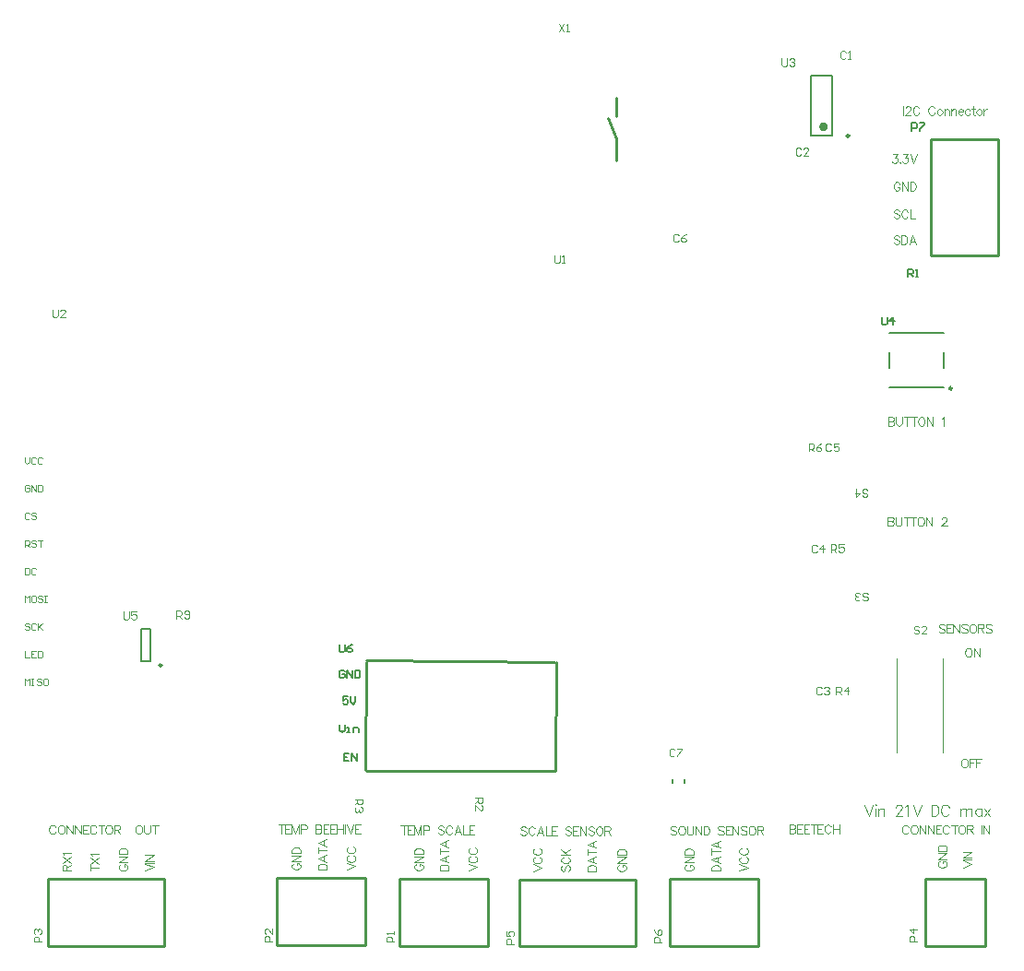
<source format=gto>
G04*
G04 #@! TF.GenerationSoftware,Altium Limited,Altium Designer,21.0.9 (235)*
G04*
G04 Layer_Color=65535*
%FSLAX44Y44*%
%MOMM*%
G71*
G04*
G04 #@! TF.SameCoordinates,9AB719E8-7283-4354-A60F-73F0A454480C*
G04*
G04*
G04 #@! TF.FilePolarity,Positive*
G04*
G01*
G75*
%ADD10C,0.2500*%
%ADD11C,0.4000*%
%ADD12C,0.2540*%
%ADD13C,0.2000*%
%ADD14C,0.1270*%
%ADD15C,0.1000*%
%ADD16C,0.1500*%
D10*
X854194Y512988D02*
G03*
X854194Y512988I-1250J0D01*
G01*
X759900Y744830D02*
G03*
X759900Y744830I-1250J0D01*
G01*
X128868Y258864D02*
G03*
X128868Y258864I-1250J0D01*
G01*
D11*
X738150Y753130D02*
G03*
X738150Y753130I-2000J0D01*
G01*
D12*
X545728Y722642D02*
Y742392D01*
X538228Y761142D02*
X545728Y742392D01*
Y763142D02*
Y779642D01*
X316674Y262936D02*
X489074Y261936D01*
X316674Y161936D02*
X490074D01*
Y162536D02*
X490650Y261921D01*
X316074Y162536D02*
X316651Y261921D01*
X834898Y635108D02*
X896620D01*
X834898Y741788D02*
X896620D01*
Y635108D02*
Y741788D01*
X834898Y635108D02*
Y741788D01*
X829264Y62984D02*
X884890D01*
X829264Y1262D02*
X884890D01*
Y62984D01*
X829264Y1262D02*
Y62984D01*
X24712Y1012D02*
Y62734D01*
X131392Y1012D02*
Y62734D01*
X24712Y1012D02*
X131392D01*
X24712Y62734D02*
X131392D01*
X234737Y1512D02*
Y63234D01*
X316017Y1512D02*
Y63234D01*
X234737Y1512D02*
X316017D01*
X234737Y63234D02*
X316017D01*
X347210Y1262D02*
Y62984D01*
X428490Y1262D02*
Y62984D01*
X347210Y1262D02*
X428490D01*
X347210Y62984D02*
X428490D01*
X457310Y62234D02*
X563990D01*
X457310Y512D02*
X563990D01*
Y62234D01*
X457310Y512D02*
Y62234D01*
X594860Y62484D02*
X676140D01*
X594860Y762D02*
X676140D01*
Y62484D01*
X594860Y762D02*
Y62484D01*
D13*
X608496Y150900D02*
Y153900D01*
X597496Y150900D02*
Y153900D01*
X744150Y745130D02*
Y800130D01*
X724650Y745130D02*
Y800130D01*
Y745130D02*
X744150D01*
X724650Y800130D02*
X744150D01*
X109618Y262114D02*
Y292114D01*
X118618Y262114D02*
Y292114D01*
X109618D02*
X118618D01*
X109618Y262114D02*
X118618D01*
D14*
X846944Y531988D02*
Y545988D01*
X796944Y531988D02*
Y545988D01*
Y513988D02*
X846944D01*
X796944Y563988D02*
X846944D01*
D15*
X845976Y178314D02*
Y265314D01*
X802976Y178314D02*
Y265314D01*
X773922Y130632D02*
X777731Y120634D01*
X781539Y130632D02*
X777731Y120634D01*
X783777Y130632D02*
X784253Y130156D01*
X784729Y130632D01*
X784253Y131108D01*
X783777Y130632D01*
X784253Y127299D02*
Y120634D01*
X786491Y127299D02*
Y120634D01*
Y125395D02*
X787919Y126823D01*
X788871Y127299D01*
X790299D01*
X791252Y126823D01*
X791728Y125395D01*
Y120634D01*
X802678Y128251D02*
Y128728D01*
X803154Y129680D01*
X803630Y130156D01*
X804582Y130632D01*
X806486D01*
X807439Y130156D01*
X807915Y129680D01*
X808391Y128728D01*
Y127775D01*
X807915Y126823D01*
X806963Y125395D01*
X802202Y120634D01*
X808867D01*
X811105Y128728D02*
X812057Y129204D01*
X813485Y130632D01*
Y120634D01*
X818436Y130632D02*
X822245Y120634D01*
X826054Y130632D02*
X822245Y120634D01*
X835195Y130632D02*
Y120634D01*
Y130632D02*
X838527D01*
X839956Y130156D01*
X840908Y129204D01*
X841384Y128251D01*
X841860Y126823D01*
Y124443D01*
X841384Y123014D01*
X840908Y122062D01*
X839956Y121110D01*
X838527Y120634D01*
X835195D01*
X851239Y128251D02*
X850763Y129204D01*
X849810Y130156D01*
X848858Y130632D01*
X846954D01*
X846002Y130156D01*
X845050Y129204D01*
X844574Y128251D01*
X844097Y126823D01*
Y124443D01*
X844574Y123014D01*
X845050Y122062D01*
X846002Y121110D01*
X846954Y120634D01*
X848858D01*
X849810Y121110D01*
X850763Y122062D01*
X851239Y123014D01*
X861903Y127299D02*
Y120634D01*
Y125395D02*
X863331Y126823D01*
X864284Y127299D01*
X865712D01*
X866664Y126823D01*
X867140Y125395D01*
Y120634D01*
Y125395D02*
X868568Y126823D01*
X869520Y127299D01*
X870949D01*
X871901Y126823D01*
X872377Y125395D01*
Y120634D01*
X881232Y127299D02*
Y120634D01*
Y125871D02*
X880280Y126823D01*
X879328Y127299D01*
X877900D01*
X876947Y126823D01*
X875995Y125871D01*
X875519Y124443D01*
Y123490D01*
X875995Y122062D01*
X876947Y121110D01*
X877900Y120634D01*
X879328D01*
X880280Y121110D01*
X881232Y122062D01*
X883898Y127299D02*
X889135Y120634D01*
Y127299D02*
X883898Y120634D01*
X799738Y727976D02*
X803928D01*
X801643Y724929D01*
X802785D01*
X803547Y724548D01*
X803928Y724167D01*
X804309Y723024D01*
Y722263D01*
X803928Y721120D01*
X803166Y720358D01*
X802023Y719977D01*
X800881D01*
X799738Y720358D01*
X799357Y720739D01*
X798976Y721501D01*
X806479Y720739D02*
X806099Y720358D01*
X806479Y719977D01*
X806860Y720358D01*
X806479Y720739D01*
X809374Y727976D02*
X813564D01*
X811279Y724929D01*
X812421D01*
X813183Y724548D01*
X813564Y724167D01*
X813945Y723024D01*
Y722263D01*
X813564Y721120D01*
X812802Y720358D01*
X811659Y719977D01*
X810517D01*
X809374Y720358D01*
X808993Y720739D01*
X808612Y721501D01*
X815735Y727976D02*
X818782Y719977D01*
X821829Y727976D02*
X818782Y719977D01*
X806305Y700622D02*
X805924Y701384D01*
X805162Y702145D01*
X804401Y702526D01*
X802877D01*
X802115Y702145D01*
X801354Y701384D01*
X800973Y700622D01*
X800592Y699479D01*
Y697575D01*
X800973Y696432D01*
X801354Y695671D01*
X802115Y694909D01*
X802877Y694528D01*
X804401D01*
X805162Y694909D01*
X805924Y695671D01*
X806305Y696432D01*
Y697575D01*
X804401D02*
X806305D01*
X808133Y702526D02*
Y694528D01*
Y702526D02*
X813465Y694528D01*
Y702526D02*
Y694528D01*
X815675Y702526D02*
Y694528D01*
Y702526D02*
X818341D01*
X819483Y702145D01*
X820245Y701384D01*
X820626Y700622D01*
X821007Y699479D01*
Y697575D01*
X820626Y696432D01*
X820245Y695671D01*
X819483Y694909D01*
X818341Y694528D01*
X815675D01*
X805924Y675984D02*
X805162Y676745D01*
X804020Y677126D01*
X802496D01*
X801354Y676745D01*
X800592Y675984D01*
Y675222D01*
X800973Y674460D01*
X801354Y674079D01*
X802115Y673698D01*
X804401Y672937D01*
X805162Y672556D01*
X805543Y672175D01*
X805924Y671413D01*
Y670271D01*
X805162Y669509D01*
X804020Y669128D01*
X802496D01*
X801354Y669509D01*
X800592Y670271D01*
X813427Y675222D02*
X813046Y675984D01*
X812285Y676745D01*
X811523Y677126D01*
X809999D01*
X809238Y676745D01*
X808476Y675984D01*
X808095Y675222D01*
X807714Y674079D01*
Y672175D01*
X808095Y671032D01*
X808476Y670271D01*
X809238Y669509D01*
X809999Y669128D01*
X811523D01*
X812285Y669509D01*
X813046Y670271D01*
X813427Y671032D01*
X815675Y677126D02*
Y669128D01*
X820245D01*
X805924Y652254D02*
X805162Y653015D01*
X804020Y653396D01*
X802496D01*
X801354Y653015D01*
X800592Y652254D01*
Y651492D01*
X800973Y650730D01*
X801354Y650349D01*
X802115Y649968D01*
X804401Y649207D01*
X805162Y648826D01*
X805543Y648445D01*
X805924Y647683D01*
Y646541D01*
X805162Y645779D01*
X804020Y645398D01*
X802496D01*
X801354Y645779D01*
X800592Y646541D01*
X807714Y653396D02*
Y645398D01*
Y653396D02*
X810380D01*
X811523Y653015D01*
X812285Y652254D01*
X812666Y651492D01*
X813046Y650349D01*
Y648445D01*
X812666Y647302D01*
X812285Y646541D01*
X811523Y645779D01*
X810380Y645398D01*
X807714D01*
X820930D02*
X817884Y653396D01*
X814837Y645398D01*
X815979Y648064D02*
X819788D01*
X809482Y772014D02*
Y764016D01*
X811539Y770110D02*
Y770491D01*
X811920Y771253D01*
X812300Y771633D01*
X813062Y772014D01*
X814586D01*
X815347Y771633D01*
X815728Y771253D01*
X816109Y770491D01*
Y769729D01*
X815728Y768967D01*
X814967Y767825D01*
X811158Y764016D01*
X816490D01*
X823993Y770110D02*
X823612Y770872D01*
X822851Y771633D01*
X822089Y772014D01*
X820565D01*
X819804Y771633D01*
X819042Y770872D01*
X818661Y770110D01*
X818280Y768967D01*
Y767063D01*
X818661Y765920D01*
X819042Y765159D01*
X819804Y764397D01*
X820565Y764016D01*
X822089D01*
X822851Y764397D01*
X823612Y765159D01*
X823993Y765920D01*
X838238Y770110D02*
X837857Y770872D01*
X837095Y771633D01*
X836333Y772014D01*
X834810D01*
X834048Y771633D01*
X833286Y770872D01*
X832906Y770110D01*
X832525Y768967D01*
Y767063D01*
X832906Y765920D01*
X833286Y765159D01*
X834048Y764397D01*
X834810Y764016D01*
X836333D01*
X837095Y764397D01*
X837857Y765159D01*
X838238Y765920D01*
X842389Y769348D02*
X841628Y768967D01*
X840866Y768206D01*
X840485Y767063D01*
Y766301D01*
X840866Y765159D01*
X841628Y764397D01*
X842389Y764016D01*
X843532D01*
X844294Y764397D01*
X845055Y765159D01*
X845436Y766301D01*
Y767063D01*
X845055Y768206D01*
X844294Y768967D01*
X843532Y769348D01*
X842389D01*
X847188D02*
Y764016D01*
Y767825D02*
X848331Y768967D01*
X849093Y769348D01*
X850235D01*
X850997Y768967D01*
X851378Y767825D01*
Y764016D01*
X853473Y769348D02*
Y764016D01*
Y767825D02*
X854615Y768967D01*
X855377Y769348D01*
X856520D01*
X857281Y768967D01*
X857662Y767825D01*
Y764016D01*
X859757Y767063D02*
X864327D01*
Y767825D01*
X863947Y768586D01*
X863566Y768967D01*
X862804Y769348D01*
X861661D01*
X860900Y768967D01*
X860138Y768206D01*
X859757Y767063D01*
Y766301D01*
X860138Y765159D01*
X860900Y764397D01*
X861661Y764016D01*
X862804D01*
X863566Y764397D01*
X864327Y765159D01*
X870612Y768206D02*
X869850Y768967D01*
X869088Y769348D01*
X867946D01*
X867184Y768967D01*
X866422Y768206D01*
X866041Y767063D01*
Y766301D01*
X866422Y765159D01*
X867184Y764397D01*
X867946Y764016D01*
X869088D01*
X869850Y764397D01*
X870612Y765159D01*
X873468Y772014D02*
Y765539D01*
X873849Y764397D01*
X874611Y764016D01*
X875373D01*
X872326Y769348D02*
X874992D01*
X878420D02*
X877658Y768967D01*
X876896Y768206D01*
X876515Y767063D01*
Y766301D01*
X876896Y765159D01*
X877658Y764397D01*
X878420Y764016D01*
X879562D01*
X880324Y764397D01*
X881086Y765159D01*
X881467Y766301D01*
Y767063D01*
X881086Y768206D01*
X880324Y768967D01*
X879562Y769348D01*
X878420D01*
X883219D02*
Y764016D01*
Y767063D02*
X883599Y768206D01*
X884361Y768967D01*
X885123Y769348D01*
X886266D01*
X3302Y240538D02*
Y246536D01*
X5301Y244537D01*
X7301Y246536D01*
Y240538D01*
X9300Y246536D02*
X11299D01*
X10300D01*
Y240538D01*
X9300D01*
X11299D01*
X18297Y245536D02*
X17298Y246536D01*
X15298D01*
X14298Y245536D01*
Y244537D01*
X15298Y243537D01*
X17298D01*
X18297Y242537D01*
Y241538D01*
X17298Y240538D01*
X15298D01*
X14298Y241538D01*
X23296Y246536D02*
X21296D01*
X20296Y245536D01*
Y241538D01*
X21296Y240538D01*
X23296D01*
X24295Y241538D01*
Y245536D01*
X23296Y246536D01*
X3302Y316738D02*
Y322736D01*
X5301Y320737D01*
X7301Y322736D01*
Y316738D01*
X12299Y322736D02*
X10300D01*
X9300Y321736D01*
Y317738D01*
X10300Y316738D01*
X12299D01*
X13299Y317738D01*
Y321736D01*
X12299Y322736D01*
X19297Y321736D02*
X18297Y322736D01*
X16298D01*
X15298Y321736D01*
Y320737D01*
X16298Y319737D01*
X18297D01*
X19297Y318737D01*
Y317738D01*
X18297Y316738D01*
X16298D01*
X15298Y317738D01*
X21296Y322736D02*
X23296D01*
X22296D01*
Y316738D01*
X21296D01*
X23296D01*
X7301Y296336D02*
X6301Y297336D01*
X4302D01*
X3302Y296336D01*
Y295337D01*
X4302Y294337D01*
X6301D01*
X7301Y293337D01*
Y292338D01*
X6301Y291338D01*
X4302D01*
X3302Y292338D01*
X13299Y296336D02*
X12299Y297336D01*
X10300D01*
X9300Y296336D01*
Y292338D01*
X10300Y291338D01*
X12299D01*
X13299Y292338D01*
X15298Y297336D02*
Y291338D01*
Y293337D01*
X19297Y297336D01*
X16298Y294337D01*
X19297Y291338D01*
X3302Y271936D02*
Y265938D01*
X7301D01*
X13299Y271936D02*
X9300D01*
Y265938D01*
X13299D01*
X9300Y268937D02*
X11299D01*
X15298Y271936D02*
Y265938D01*
X18297D01*
X19297Y266938D01*
Y270936D01*
X18297Y271936D01*
X15298D01*
X7301Y397936D02*
X6301Y398936D01*
X4302D01*
X3302Y397936D01*
Y393938D01*
X4302Y392938D01*
X6301D01*
X7301Y393938D01*
X13299Y397936D02*
X12299Y398936D01*
X10300D01*
X9300Y397936D01*
Y396937D01*
X10300Y395937D01*
X12299D01*
X13299Y394937D01*
Y393938D01*
X12299Y392938D01*
X10300D01*
X9300Y393938D01*
X7301Y423336D02*
X6301Y424336D01*
X4302D01*
X3302Y423336D01*
Y419338D01*
X4302Y418338D01*
X6301D01*
X7301Y419338D01*
Y421337D01*
X5301D01*
X9300Y418338D02*
Y424336D01*
X13299Y418338D01*
Y424336D01*
X15298D02*
Y418338D01*
X18297D01*
X19297Y419338D01*
Y423336D01*
X18297Y424336D01*
X15298D01*
X3302Y449736D02*
Y445737D01*
X5301Y443738D01*
X7301Y445737D01*
Y449736D01*
X13299Y448736D02*
X12299Y449736D01*
X10300D01*
X9300Y448736D01*
Y444738D01*
X10300Y443738D01*
X12299D01*
X13299Y444738D01*
X19297Y448736D02*
X18297Y449736D01*
X16298D01*
X15298Y448736D01*
Y444738D01*
X16298Y443738D01*
X18297D01*
X19297Y444738D01*
X3302Y367538D02*
Y373536D01*
X6301D01*
X7301Y372536D01*
Y370537D01*
X6301Y369537D01*
X3302D01*
X5301D02*
X7301Y367538D01*
X13299Y372536D02*
X12299Y373536D01*
X10300D01*
X9300Y372536D01*
Y371537D01*
X10300Y370537D01*
X12299D01*
X13299Y369537D01*
Y368538D01*
X12299Y367538D01*
X10300D01*
X9300Y368538D01*
X15298Y373536D02*
X19297D01*
X17298D01*
Y367538D01*
X3302Y348136D02*
Y342138D01*
X6301D01*
X7301Y343138D01*
Y347136D01*
X6301Y348136D01*
X3302D01*
X13299Y347136D02*
X12299Y348136D01*
X10300D01*
X9300Y347136D01*
Y343138D01*
X10300Y342138D01*
X12299D01*
X13299Y343138D01*
X864919Y172828D02*
X864157Y172447D01*
X863396Y171686D01*
X863015Y170924D01*
X862634Y169781D01*
Y167877D01*
X863015Y166734D01*
X863396Y165973D01*
X864157Y165211D01*
X864919Y164830D01*
X866443D01*
X867204Y165211D01*
X867966Y165973D01*
X868347Y166734D01*
X868728Y167877D01*
Y169781D01*
X868347Y170924D01*
X867966Y171686D01*
X867204Y172447D01*
X866443Y172828D01*
X864919D01*
X870594D02*
Y164830D01*
Y172828D02*
X875546D01*
X870594Y169020D02*
X873641D01*
X876460Y172828D02*
Y164830D01*
Y172828D02*
X881411D01*
X876460Y169020D02*
X879507D01*
X868419Y274312D02*
X867657Y273931D01*
X866896Y273170D01*
X866515Y272408D01*
X866134Y271265D01*
Y269361D01*
X866515Y268218D01*
X866896Y267457D01*
X867657Y266695D01*
X868419Y266314D01*
X869943D01*
X870704Y266695D01*
X871466Y267457D01*
X871847Y268218D01*
X872228Y269361D01*
Y271265D01*
X871847Y272408D01*
X871466Y273170D01*
X870704Y273931D01*
X869943Y274312D01*
X868419D01*
X874094D02*
Y266314D01*
Y274312D02*
X879426Y266314D01*
Y274312D02*
Y266314D01*
X847326Y295491D02*
X846564Y296253D01*
X845422Y296633D01*
X843898D01*
X842756Y296253D01*
X841994Y295491D01*
Y294729D01*
X842375Y293967D01*
X842756Y293587D01*
X843518Y293206D01*
X845803Y292444D01*
X846564Y292063D01*
X846945Y291682D01*
X847326Y290920D01*
Y289778D01*
X846564Y289016D01*
X845422Y288635D01*
X843898D01*
X842756Y289016D01*
X841994Y289778D01*
X854068Y296633D02*
X849116D01*
Y288635D01*
X854068D01*
X849116Y292825D02*
X852163D01*
X855401Y296633D02*
Y288635D01*
Y296633D02*
X860733Y288635D01*
Y296633D02*
Y288635D01*
X868274Y295491D02*
X867512Y296253D01*
X866370Y296633D01*
X864846D01*
X863704Y296253D01*
X862942Y295491D01*
Y294729D01*
X863323Y293967D01*
X863704Y293587D01*
X864465Y293206D01*
X866751Y292444D01*
X867512Y292063D01*
X867893Y291682D01*
X868274Y290920D01*
Y289778D01*
X867512Y289016D01*
X866370Y288635D01*
X864846D01*
X863704Y289016D01*
X862942Y289778D01*
X872349Y296633D02*
X871588Y296253D01*
X870826Y295491D01*
X870445Y294729D01*
X870064Y293587D01*
Y291682D01*
X870445Y290539D01*
X870826Y289778D01*
X871588Y289016D01*
X872349Y288635D01*
X873873D01*
X874635Y289016D01*
X875396Y289778D01*
X875777Y290539D01*
X876158Y291682D01*
Y293587D01*
X875777Y294729D01*
X875396Y295491D01*
X874635Y296253D01*
X873873Y296633D01*
X872349D01*
X878024D02*
Y288635D01*
Y296633D02*
X881452D01*
X882595Y296253D01*
X882976Y295872D01*
X883357Y295110D01*
Y294348D01*
X882976Y293587D01*
X882595Y293206D01*
X881452Y292825D01*
X878024D01*
X880691D02*
X883357Y288635D01*
X890479Y295491D02*
X889717Y296253D01*
X888575Y296633D01*
X887051D01*
X885908Y296253D01*
X885147Y295491D01*
Y294729D01*
X885528Y293967D01*
X885908Y293587D01*
X886670Y293206D01*
X888955Y292444D01*
X889717Y292063D01*
X890098Y291682D01*
X890479Y290920D01*
Y289778D01*
X889717Y289016D01*
X888575Y288635D01*
X887051D01*
X885908Y289016D01*
X885147Y289778D01*
X795726Y486632D02*
Y478634D01*
Y486632D02*
X799154D01*
X800296Y486251D01*
X800677Y485871D01*
X801058Y485109D01*
Y484347D01*
X800677Y483585D01*
X800296Y483204D01*
X799154Y482824D01*
X795726D02*
X799154D01*
X800296Y482443D01*
X800677Y482062D01*
X801058Y481300D01*
Y480158D01*
X800677Y479396D01*
X800296Y479015D01*
X799154Y478634D01*
X795726D01*
X802848Y486632D02*
Y480919D01*
X803229Y479777D01*
X803991Y479015D01*
X805134Y478634D01*
X805895D01*
X807038Y479015D01*
X807800Y479777D01*
X808180Y480919D01*
Y486632D01*
X813056D02*
Y478634D01*
X810389Y486632D02*
X815722D01*
X819340D02*
Y478634D01*
X816674Y486632D02*
X822006D01*
X825244D02*
X824482Y486251D01*
X823720Y485490D01*
X823339Y484728D01*
X822958Y483585D01*
Y481681D01*
X823339Y480538D01*
X823720Y479777D01*
X824482Y479015D01*
X825244Y478634D01*
X826767D01*
X827529Y479015D01*
X828290Y479777D01*
X828671Y480538D01*
X829052Y481681D01*
Y483585D01*
X828671Y484728D01*
X828290Y485490D01*
X827529Y486251D01*
X826767Y486632D01*
X825244D01*
X830919D02*
Y478634D01*
Y486632D02*
X836251Y478634D01*
Y486632D02*
Y478634D01*
X844744Y485109D02*
X845506Y485490D01*
X846648Y486632D01*
Y478634D01*
X795226Y394882D02*
Y386884D01*
Y394882D02*
X798654D01*
X799796Y394501D01*
X800177Y394120D01*
X800558Y393359D01*
Y392597D01*
X800177Y391835D01*
X799796Y391454D01*
X798654Y391074D01*
X795226D02*
X798654D01*
X799796Y390693D01*
X800177Y390312D01*
X800558Y389550D01*
Y388408D01*
X800177Y387646D01*
X799796Y387265D01*
X798654Y386884D01*
X795226D01*
X802348Y394882D02*
Y389169D01*
X802729Y388027D01*
X803491Y387265D01*
X804633Y386884D01*
X805395D01*
X806538Y387265D01*
X807300Y388027D01*
X807681Y389169D01*
Y394882D01*
X812556D02*
Y386884D01*
X809890Y394882D02*
X815222D01*
X818840D02*
Y386884D01*
X816174Y394882D02*
X821506D01*
X824743D02*
X823982Y394501D01*
X823220Y393740D01*
X822839Y392978D01*
X822458Y391835D01*
Y389931D01*
X822839Y388788D01*
X823220Y388027D01*
X823982Y387265D01*
X824743Y386884D01*
X826267D01*
X827029Y387265D01*
X827791Y388027D01*
X828171Y388788D01*
X828552Y389931D01*
Y391835D01*
X828171Y392978D01*
X827791Y393740D01*
X827029Y394501D01*
X826267Y394882D01*
X824743D01*
X830418D02*
Y386884D01*
Y394882D02*
X835751Y386884D01*
Y394882D02*
Y386884D01*
X844625Y392978D02*
Y393359D01*
X845006Y394120D01*
X845387Y394501D01*
X846149Y394882D01*
X847672D01*
X848434Y394501D01*
X848815Y394120D01*
X849195Y393359D01*
Y392597D01*
X848815Y391835D01*
X848053Y390693D01*
X844244Y386884D01*
X849576D01*
X704969Y112498D02*
Y104500D01*
Y112498D02*
X708397D01*
X709540Y112117D01*
X709921Y111737D01*
X710301Y110975D01*
Y110213D01*
X709921Y109451D01*
X709540Y109070D01*
X708397Y108690D01*
X704969D02*
X708397D01*
X709540Y108309D01*
X709921Y107928D01*
X710301Y107166D01*
Y106024D01*
X709921Y105262D01*
X709540Y104881D01*
X708397Y104500D01*
X704969D01*
X717043Y112498D02*
X712092D01*
Y104500D01*
X717043D01*
X712092Y108690D02*
X715138D01*
X723327Y112498D02*
X718376D01*
Y104500D01*
X723327D01*
X718376Y108690D02*
X721423D01*
X727326Y112498D02*
Y104500D01*
X724660Y112498D02*
X729992D01*
X735896D02*
X730945D01*
Y104500D01*
X735896D01*
X730945Y108690D02*
X733992D01*
X742942Y110594D02*
X742561Y111356D01*
X741799Y112117D01*
X741038Y112498D01*
X739514D01*
X738753Y112117D01*
X737991Y111356D01*
X737610Y110594D01*
X737229Y109451D01*
Y107547D01*
X737610Y106404D01*
X737991Y105643D01*
X738753Y104881D01*
X739514Y104500D01*
X741038D01*
X741799Y104881D01*
X742561Y105643D01*
X742942Y106404D01*
X745189Y112498D02*
Y104500D01*
X750521Y112498D02*
Y104500D01*
X745189Y108690D02*
X750521D01*
X864254Y73136D02*
X872252Y76183D01*
X864254Y79230D02*
X872252Y76183D01*
X864254Y80258D02*
X872252D01*
X864254Y81934D02*
X872252D01*
X864254D02*
X872252Y87266D01*
X864254D02*
X872252D01*
X843044Y78849D02*
X842282Y78468D01*
X841521Y77706D01*
X841140Y76945D01*
Y75421D01*
X841521Y74660D01*
X842282Y73898D01*
X843044Y73517D01*
X844187Y73136D01*
X846091D01*
X847234Y73517D01*
X847995Y73898D01*
X848757Y74660D01*
X849138Y75421D01*
Y76945D01*
X848757Y77706D01*
X847995Y78468D01*
X847234Y78849D01*
X846091D01*
Y76945D02*
Y78849D01*
X841140Y80677D02*
X849138D01*
X841140D02*
X849138Y86010D01*
X841140D02*
X849138D01*
X841140Y88218D02*
X849138D01*
X841140D02*
Y90885D01*
X841521Y92027D01*
X842282Y92789D01*
X843044Y93170D01*
X844187Y93551D01*
X846091D01*
X847234Y93170D01*
X847995Y92789D01*
X848757Y92027D01*
X849138Y90885D01*
Y88218D01*
X519752Y69720D02*
X527750D01*
X519752D02*
Y72386D01*
X520132Y73529D01*
X520894Y74290D01*
X521656Y74671D01*
X522799Y75052D01*
X524703D01*
X525846Y74671D01*
X526607Y74290D01*
X527369Y73529D01*
X527750Y72386D01*
Y69720D01*
Y82936D02*
X519752Y79889D01*
X527750Y76842D01*
X525084Y77985D02*
Y81794D01*
X519752Y87469D02*
X527750D01*
X519752Y84803D02*
Y90135D01*
X527750Y97181D02*
X519752Y94134D01*
X527750Y91087D01*
X525084Y92229D02*
Y96038D01*
X496644Y75052D02*
X495882Y74290D01*
X495502Y73148D01*
Y71624D01*
X495882Y70482D01*
X496644Y69720D01*
X497406D01*
X498168Y70101D01*
X498549Y70482D01*
X498929Y71244D01*
X499691Y73529D01*
X500072Y74290D01*
X500453Y74671D01*
X501215Y75052D01*
X502357D01*
X503119Y74290D01*
X503500Y73148D01*
Y71624D01*
X503119Y70482D01*
X502357Y69720D01*
X497406Y82555D02*
X496644Y82175D01*
X495882Y81413D01*
X495502Y80651D01*
Y79128D01*
X495882Y78366D01*
X496644Y77604D01*
X497406Y77223D01*
X498549Y76842D01*
X500453D01*
X501596Y77223D01*
X502357Y77604D01*
X503119Y78366D01*
X503500Y79128D01*
Y80651D01*
X503119Y81413D01*
X502357Y82175D01*
X501596Y82555D01*
X495502Y84803D02*
X503500D01*
X495502Y90135D02*
X500834Y84803D01*
X498929Y86707D02*
X503500Y90135D01*
X633502Y69970D02*
X641500D01*
X633502D02*
Y72636D01*
X633883Y73779D01*
X634644Y74541D01*
X635406Y74921D01*
X636549Y75302D01*
X638453D01*
X639596Y74921D01*
X640357Y74541D01*
X641119Y73779D01*
X641500Y72636D01*
Y69970D01*
Y83186D02*
X633502Y80139D01*
X641500Y77092D01*
X638834Y78235D02*
Y82044D01*
X633502Y87719D02*
X641500D01*
X633502Y85052D02*
Y90385D01*
X641500Y97431D02*
X633502Y94384D01*
X641500Y91337D01*
X638834Y92479D02*
Y96288D01*
X384300Y70470D02*
X392298D01*
X384300D02*
Y73136D01*
X384680Y74279D01*
X385442Y75040D01*
X386204Y75421D01*
X387347Y75802D01*
X389251D01*
X390394Y75421D01*
X391155Y75040D01*
X391917Y74279D01*
X392298Y73136D01*
Y70470D01*
Y83686D02*
X384300Y80639D01*
X392298Y77592D01*
X389632Y78735D02*
Y82544D01*
X384300Y88219D02*
X392298D01*
X384300Y85553D02*
Y90885D01*
X392298Y97931D02*
X384300Y94884D01*
X392298Y91837D01*
X389632Y92979D02*
Y96788D01*
X362656Y76183D02*
X361894Y75802D01*
X361133Y75040D01*
X360752Y74279D01*
Y72755D01*
X361133Y71993D01*
X361894Y71232D01*
X362656Y70851D01*
X363799Y70470D01*
X365703D01*
X366846Y70851D01*
X367607Y71232D01*
X368369Y71993D01*
X368750Y72755D01*
Y74279D01*
X368369Y75040D01*
X367607Y75802D01*
X366846Y76183D01*
X365703D01*
Y74279D02*
Y76183D01*
X360752Y78011D02*
X368750D01*
X360752D02*
X368750Y83343D01*
X360752D02*
X368750D01*
X360752Y85553D02*
X368750D01*
X360752D02*
Y88219D01*
X361133Y89361D01*
X361894Y90123D01*
X362656Y90504D01*
X363799Y90885D01*
X365703D01*
X366846Y90504D01*
X367607Y90123D01*
X368369Y89361D01*
X368750Y88219D01*
Y85553D01*
X610656Y75683D02*
X609894Y75302D01*
X609132Y74540D01*
X608752Y73779D01*
Y72255D01*
X609132Y71494D01*
X609894Y70732D01*
X610656Y70351D01*
X611799Y69970D01*
X613703D01*
X614846Y70351D01*
X615607Y70732D01*
X616369Y71494D01*
X616750Y72255D01*
Y73779D01*
X616369Y74540D01*
X615607Y75302D01*
X614846Y75683D01*
X613703D01*
Y73779D02*
Y75683D01*
X608752Y77511D02*
X616750D01*
X608752D02*
X616750Y82843D01*
X608752D02*
X616750D01*
X608752Y85052D02*
X616750D01*
X608752D02*
Y87719D01*
X609132Y88861D01*
X609894Y89623D01*
X610656Y90004D01*
X611799Y90385D01*
X613703D01*
X614846Y90004D01*
X615607Y89623D01*
X616369Y88861D01*
X616750Y87719D01*
Y85052D01*
X548906Y75433D02*
X548144Y75052D01*
X547383Y74290D01*
X547002Y73529D01*
Y72005D01*
X547383Y71244D01*
X548144Y70482D01*
X548906Y70101D01*
X550049Y69720D01*
X551953D01*
X553096Y70101D01*
X553857Y70482D01*
X554619Y71244D01*
X555000Y72005D01*
Y73529D01*
X554619Y74290D01*
X553857Y75052D01*
X553096Y75433D01*
X551953D01*
Y73529D02*
Y75433D01*
X547002Y77261D02*
X555000D01*
X547002D02*
X555000Y82593D01*
X547002D02*
X555000D01*
X547002Y84803D02*
X555000D01*
X547002D02*
Y87469D01*
X547383Y88611D01*
X548144Y89373D01*
X548906Y89754D01*
X550049Y90135D01*
X551953D01*
X553096Y89754D01*
X553857Y89373D01*
X554619Y88611D01*
X555000Y87469D01*
Y84803D01*
X469752Y69720D02*
X477750Y72767D01*
X469752Y75814D02*
X477750Y72767D01*
X471656Y82555D02*
X470894Y82175D01*
X470133Y81413D01*
X469752Y80651D01*
Y79127D01*
X470133Y78366D01*
X470894Y77604D01*
X471656Y77223D01*
X472799Y76842D01*
X474703D01*
X475846Y77223D01*
X476607Y77604D01*
X477369Y78366D01*
X477750Y79127D01*
Y80651D01*
X477369Y81413D01*
X476607Y82175D01*
X475846Y82555D01*
X471656Y90515D02*
X470894Y90135D01*
X470133Y89373D01*
X469752Y88611D01*
Y87088D01*
X470133Y86326D01*
X470894Y85564D01*
X471656Y85183D01*
X472799Y84803D01*
X474703D01*
X475846Y85183D01*
X476607Y85564D01*
X477369Y86326D01*
X477750Y87088D01*
Y88611D01*
X477369Y89373D01*
X476607Y90135D01*
X475846Y90515D01*
X659002Y69970D02*
X667000Y73017D01*
X659002Y76064D02*
X667000Y73017D01*
X660906Y82805D02*
X660144Y82424D01*
X659382Y81663D01*
X659002Y80901D01*
Y79377D01*
X659382Y78616D01*
X660144Y77854D01*
X660906Y77473D01*
X662049Y77092D01*
X663953D01*
X665096Y77473D01*
X665857Y77854D01*
X666619Y78616D01*
X667000Y79377D01*
Y80901D01*
X666619Y81663D01*
X665857Y82424D01*
X665096Y82805D01*
X660906Y90766D02*
X660144Y90385D01*
X659382Y89623D01*
X659002Y88861D01*
Y87338D01*
X659382Y86576D01*
X660144Y85814D01*
X660906Y85433D01*
X662049Y85052D01*
X663953D01*
X665096Y85433D01*
X665857Y85814D01*
X666619Y86576D01*
X667000Y87338D01*
Y88861D01*
X666619Y89623D01*
X665857Y90385D01*
X665096Y90766D01*
X410252Y70470D02*
X418250Y73517D01*
X410252Y76564D02*
X418250Y73517D01*
X412156Y83305D02*
X411394Y82924D01*
X410633Y82163D01*
X410252Y81401D01*
Y79878D01*
X410633Y79116D01*
X411394Y78354D01*
X412156Y77973D01*
X413299Y77592D01*
X415203D01*
X416346Y77973D01*
X417107Y78354D01*
X417869Y79116D01*
X418250Y79878D01*
Y81401D01*
X417869Y82163D01*
X417107Y82924D01*
X416346Y83305D01*
X412156Y91266D02*
X411394Y90885D01*
X410633Y90123D01*
X410252Y89361D01*
Y87838D01*
X410633Y87076D01*
X411394Y86314D01*
X412156Y85933D01*
X413299Y85553D01*
X415203D01*
X416346Y85933D01*
X417107Y86314D01*
X417869Y87076D01*
X418250Y87838D01*
Y89361D01*
X417869Y90123D01*
X417107Y90885D01*
X416346Y91266D01*
X298752Y71220D02*
X306750Y74267D01*
X298752Y77314D02*
X306750Y74267D01*
X300656Y84055D02*
X299894Y83674D01*
X299132Y82913D01*
X298752Y82151D01*
Y80627D01*
X299132Y79866D01*
X299894Y79104D01*
X300656Y78723D01*
X301799Y78342D01*
X303703D01*
X304846Y78723D01*
X305607Y79104D01*
X306369Y79866D01*
X306750Y80627D01*
Y82151D01*
X306369Y82913D01*
X305607Y83674D01*
X304846Y84055D01*
X300656Y92015D02*
X299894Y91635D01*
X299132Y90873D01*
X298752Y90111D01*
Y88588D01*
X299132Y87826D01*
X299894Y87064D01*
X300656Y86683D01*
X301799Y86302D01*
X303703D01*
X304846Y86683D01*
X305607Y87064D01*
X306369Y87826D01*
X306750Y88588D01*
Y90111D01*
X306369Y90873D01*
X305607Y91635D01*
X304846Y92015D01*
X272502Y71220D02*
X280500D01*
X272502D02*
Y73886D01*
X272883Y75029D01*
X273644Y75791D01*
X274406Y76171D01*
X275549Y76552D01*
X277453D01*
X278596Y76171D01*
X279357Y75791D01*
X280119Y75029D01*
X280500Y73886D01*
Y71220D01*
Y84436D02*
X272502Y81389D01*
X280500Y78342D01*
X277834Y79485D02*
Y83294D01*
X272502Y88969D02*
X280500D01*
X272502Y86302D02*
Y91635D01*
X280500Y98681D02*
X272502Y95634D01*
X280500Y92587D01*
X277834Y93729D02*
Y97538D01*
X250152Y76933D02*
X249390Y76552D01*
X248629Y75791D01*
X248248Y75029D01*
Y73505D01*
X248629Y72744D01*
X249390Y71982D01*
X250152Y71601D01*
X251295Y71220D01*
X253199D01*
X254342Y71601D01*
X255103Y71982D01*
X255865Y72744D01*
X256246Y73505D01*
Y75029D01*
X255865Y75791D01*
X255103Y76552D01*
X254342Y76933D01*
X253199D01*
Y75029D02*
Y76933D01*
X248248Y78761D02*
X256246D01*
X248248D02*
X256246Y84094D01*
X248248D02*
X256246D01*
X248248Y86302D02*
X256246D01*
X248248D02*
Y88969D01*
X248629Y90111D01*
X249390Y90873D01*
X250152Y91254D01*
X251295Y91635D01*
X253199D01*
X254342Y91254D01*
X255103Y90873D01*
X255865Y90111D01*
X256246Y88969D01*
Y86302D01*
X814179Y110094D02*
X813798Y110856D01*
X813036Y111617D01*
X812275Y111998D01*
X810751D01*
X809989Y111617D01*
X809228Y110856D01*
X808847Y110094D01*
X808466Y108951D01*
Y107047D01*
X808847Y105904D01*
X809228Y105143D01*
X809989Y104381D01*
X810751Y104000D01*
X812275D01*
X813036Y104381D01*
X813798Y105143D01*
X814179Y105904D01*
X818711Y111998D02*
X817950Y111617D01*
X817188Y110856D01*
X816807Y110094D01*
X816426Y108951D01*
Y107047D01*
X816807Y105904D01*
X817188Y105143D01*
X817950Y104381D01*
X818711Y104000D01*
X820235D01*
X820997Y104381D01*
X821758Y105143D01*
X822139Y105904D01*
X822520Y107047D01*
Y108951D01*
X822139Y110094D01*
X821758Y110856D01*
X820997Y111617D01*
X820235Y111998D01*
X818711D01*
X824386D02*
Y104000D01*
Y111998D02*
X829719Y104000D01*
Y111998D02*
Y104000D01*
X831928Y111998D02*
Y104000D01*
Y111998D02*
X837260Y104000D01*
Y111998D02*
Y104000D01*
X844420Y111998D02*
X839469D01*
Y104000D01*
X844420D01*
X839469Y108190D02*
X842516D01*
X851466Y110094D02*
X851086Y110856D01*
X850324Y111617D01*
X849562Y111998D01*
X848038D01*
X847277Y111617D01*
X846515Y110856D01*
X846134Y110094D01*
X845753Y108951D01*
Y107047D01*
X846134Y105904D01*
X846515Y105143D01*
X847277Y104381D01*
X848038Y104000D01*
X849562D01*
X850324Y104381D01*
X851086Y105143D01*
X851466Y105904D01*
X856380Y111998D02*
Y104000D01*
X853714Y111998D02*
X859046D01*
X862283D02*
X861521Y111617D01*
X860760Y110856D01*
X860379Y110094D01*
X859998Y108951D01*
Y107047D01*
X860379Y105904D01*
X860760Y105143D01*
X861521Y104381D01*
X862283Y104000D01*
X863807D01*
X864568Y104381D01*
X865330Y105143D01*
X865711Y105904D01*
X866092Y107047D01*
Y108951D01*
X865711Y110094D01*
X865330Y110856D01*
X864568Y111617D01*
X863807Y111998D01*
X862283D01*
X867958D02*
Y104000D01*
Y111998D02*
X871386D01*
X872529Y111617D01*
X872909Y111237D01*
X873290Y110475D01*
Y109713D01*
X872909Y108951D01*
X872529Y108570D01*
X871386Y108190D01*
X867958D01*
X870624D02*
X873290Y104000D01*
X881365Y111998D02*
Y104000D01*
X883041Y111998D02*
Y104000D01*
Y111998D02*
X888373Y104000D01*
Y111998D02*
Y104000D01*
X601192Y109856D02*
X600430Y110617D01*
X599288Y110998D01*
X597764D01*
X596622Y110617D01*
X595860Y109856D01*
Y109094D01*
X596241Y108332D01*
X596622Y107951D01*
X597383Y107570D01*
X599669Y106809D01*
X600430Y106428D01*
X600811Y106047D01*
X601192Y105285D01*
Y104143D01*
X600430Y103381D01*
X599288Y103000D01*
X597764D01*
X596622Y103381D01*
X595860Y104143D01*
X605267Y110998D02*
X604506Y110617D01*
X603744Y109856D01*
X603363Y109094D01*
X602982Y107951D01*
Y106047D01*
X603363Y104904D01*
X603744Y104143D01*
X604506Y103381D01*
X605267Y103000D01*
X606791D01*
X607553Y103381D01*
X608314Y104143D01*
X608695Y104904D01*
X609076Y106047D01*
Y107951D01*
X608695Y109094D01*
X608314Y109856D01*
X607553Y110617D01*
X606791Y110998D01*
X605267D01*
X610942D02*
Y105285D01*
X611323Y104143D01*
X612085Y103381D01*
X613228Y103000D01*
X613989D01*
X615132Y103381D01*
X615894Y104143D01*
X616275Y105285D01*
Y110998D01*
X618484D02*
Y103000D01*
Y110998D02*
X623816Y103000D01*
Y110998D02*
Y103000D01*
X626025Y110998D02*
Y103000D01*
Y110998D02*
X628691D01*
X629834Y110617D01*
X630595Y109856D01*
X630976Y109094D01*
X631357Y107951D01*
Y106047D01*
X630976Y104904D01*
X630595Y104143D01*
X629834Y103381D01*
X628691Y103000D01*
X626025D01*
X644764Y109856D02*
X644002Y110617D01*
X642859Y110998D01*
X641336D01*
X640193Y110617D01*
X639432Y109856D01*
Y109094D01*
X639813Y108332D01*
X640193Y107951D01*
X640955Y107570D01*
X643240Y106809D01*
X644002Y106428D01*
X644383Y106047D01*
X644764Y105285D01*
Y104143D01*
X644002Y103381D01*
X642859Y103000D01*
X641336D01*
X640193Y103381D01*
X639432Y104143D01*
X651505Y110998D02*
X646554D01*
Y103000D01*
X651505D01*
X646554Y107190D02*
X649601D01*
X652838Y110998D02*
Y103000D01*
Y110998D02*
X658170Y103000D01*
Y110998D02*
Y103000D01*
X665712Y109856D02*
X664950Y110617D01*
X663807Y110998D01*
X662284D01*
X661141Y110617D01*
X660379Y109856D01*
Y109094D01*
X660760Y108332D01*
X661141Y107951D01*
X661903Y107570D01*
X664188Y106809D01*
X664950Y106428D01*
X665331Y106047D01*
X665712Y105285D01*
Y104143D01*
X664950Y103381D01*
X663807Y103000D01*
X662284D01*
X661141Y103381D01*
X660379Y104143D01*
X669787Y110998D02*
X669025Y110617D01*
X668264Y109856D01*
X667883Y109094D01*
X667502Y107951D01*
Y106047D01*
X667883Y104904D01*
X668264Y104143D01*
X669025Y103381D01*
X669787Y103000D01*
X671311D01*
X672072Y103381D01*
X672834Y104143D01*
X673215Y104904D01*
X673596Y106047D01*
Y107951D01*
X673215Y109094D01*
X672834Y109856D01*
X672072Y110617D01*
X671311Y110998D01*
X669787D01*
X675462D02*
Y103000D01*
Y110998D02*
X678890D01*
X680033Y110617D01*
X680413Y110237D01*
X680794Y109475D01*
Y108713D01*
X680413Y107951D01*
X680033Y107570D01*
X678890Y107190D01*
X675462D01*
X678128D02*
X680794Y103000D01*
X463642Y109606D02*
X462880Y110367D01*
X461738Y110748D01*
X460214D01*
X459072Y110367D01*
X458310Y109606D01*
Y108844D01*
X458691Y108082D01*
X459072Y107701D01*
X459833Y107320D01*
X462119Y106559D01*
X462880Y106178D01*
X463261Y105797D01*
X463642Y105035D01*
Y103893D01*
X462880Y103131D01*
X461738Y102750D01*
X460214D01*
X459072Y103131D01*
X458310Y103893D01*
X471145Y108844D02*
X470765Y109606D01*
X470003Y110367D01*
X469241Y110748D01*
X467718D01*
X466956Y110367D01*
X466194Y109606D01*
X465813Y108844D01*
X465432Y107701D01*
Y105797D01*
X465813Y104654D01*
X466194Y103893D01*
X466956Y103131D01*
X467718Y102750D01*
X469241D01*
X470003Y103131D01*
X470765Y103893D01*
X471145Y104654D01*
X479486Y102750D02*
X476439Y110748D01*
X473392Y102750D01*
X474535Y105416D02*
X478344D01*
X481353Y110748D02*
Y102750D01*
X485923D01*
X491750Y110748D02*
X486799D01*
Y102750D01*
X491750D01*
X486799Y106940D02*
X489846D01*
X504700Y109606D02*
X503938Y110367D01*
X502796Y110748D01*
X501272D01*
X500130Y110367D01*
X499368Y109606D01*
Y108844D01*
X499749Y108082D01*
X500130Y107701D01*
X500891Y107320D01*
X503177Y106559D01*
X503938Y106178D01*
X504319Y105797D01*
X504700Y105035D01*
Y103893D01*
X503938Y103131D01*
X502796Y102750D01*
X501272D01*
X500130Y103131D01*
X499368Y103893D01*
X511441Y110748D02*
X506490D01*
Y102750D01*
X511441D01*
X506490Y106940D02*
X509537D01*
X512775Y110748D02*
Y102750D01*
Y110748D02*
X518107Y102750D01*
Y110748D02*
Y102750D01*
X525648Y109606D02*
X524886Y110367D01*
X523744Y110748D01*
X522220D01*
X521077Y110367D01*
X520316Y109606D01*
Y108844D01*
X520697Y108082D01*
X521077Y107701D01*
X521839Y107320D01*
X524124Y106559D01*
X524886Y106178D01*
X525267Y105797D01*
X525648Y105035D01*
Y103893D01*
X524886Y103131D01*
X523744Y102750D01*
X522220D01*
X521077Y103131D01*
X520316Y103893D01*
X529723Y110748D02*
X528962Y110367D01*
X528200Y109606D01*
X527819Y108844D01*
X527438Y107701D01*
Y105797D01*
X527819Y104654D01*
X528200Y103893D01*
X528962Y103131D01*
X529723Y102750D01*
X531247D01*
X532009Y103131D01*
X532770Y103893D01*
X533151Y104654D01*
X533532Y105797D01*
Y107701D01*
X533151Y108844D01*
X532770Y109606D01*
X532009Y110367D01*
X531247Y110748D01*
X529723D01*
X535398D02*
Y102750D01*
Y110748D02*
X538826D01*
X539969Y110367D01*
X540350Y109986D01*
X540731Y109225D01*
Y108463D01*
X540350Y107701D01*
X539969Y107320D01*
X538826Y106940D01*
X535398D01*
X538064D02*
X540731Y102750D01*
X350876Y111498D02*
Y103500D01*
X348210Y111498D02*
X353542D01*
X359446D02*
X354494D01*
Y103500D01*
X359446D01*
X354494Y107690D02*
X357541D01*
X360779Y111498D02*
Y103500D01*
Y111498D02*
X363826Y103500D01*
X366873Y111498D02*
X363826Y103500D01*
X366873Y111498D02*
Y103500D01*
X369158Y107309D02*
X372586D01*
X373728Y107690D01*
X374109Y108070D01*
X374490Y108832D01*
Y109975D01*
X374109Y110737D01*
X373728Y111117D01*
X372586Y111498D01*
X369158D01*
Y103500D01*
X387897Y110356D02*
X387135Y111117D01*
X385992Y111498D01*
X384469D01*
X383326Y111117D01*
X382565Y110356D01*
Y109594D01*
X382945Y108832D01*
X383326Y108451D01*
X384088Y108070D01*
X386373Y107309D01*
X387135Y106928D01*
X387516Y106547D01*
X387897Y105785D01*
Y104643D01*
X387135Y103881D01*
X385992Y103500D01*
X384469D01*
X383326Y103881D01*
X382565Y104643D01*
X395400Y109594D02*
X395019Y110356D01*
X394257Y111117D01*
X393495Y111498D01*
X391972D01*
X391210Y111117D01*
X390448Y110356D01*
X390068Y109594D01*
X389687Y108451D01*
Y106547D01*
X390068Y105404D01*
X390448Y104643D01*
X391210Y103881D01*
X391972Y103500D01*
X393495D01*
X394257Y103881D01*
X395019Y104643D01*
X395400Y105404D01*
X403741Y103500D02*
X400694Y111498D01*
X397647Y103500D01*
X398790Y106166D02*
X402598D01*
X405607Y111498D02*
Y103500D01*
X410178D01*
X416005Y111498D02*
X411054D01*
Y103500D01*
X416005D01*
X411054Y107690D02*
X414101D01*
X238403Y112248D02*
Y104250D01*
X235737Y112248D02*
X241069D01*
X246973D02*
X242022D01*
Y104250D01*
X246973D01*
X242022Y108440D02*
X245068D01*
X248306Y112248D02*
Y104250D01*
Y112248D02*
X251353Y104250D01*
X254400Y112248D02*
X251353Y104250D01*
X254400Y112248D02*
Y104250D01*
X256685Y108059D02*
X260113D01*
X261255Y108440D01*
X261636Y108820D01*
X262017Y109582D01*
Y110725D01*
X261636Y111487D01*
X261255Y111867D01*
X260113Y112248D01*
X256685D01*
Y104250D01*
X270092Y112248D02*
Y104250D01*
Y112248D02*
X273520D01*
X274662Y111867D01*
X275043Y111487D01*
X275424Y110725D01*
Y109963D01*
X275043Y109201D01*
X274662Y108820D01*
X273520Y108440D01*
X270092D02*
X273520D01*
X274662Y108059D01*
X275043Y107678D01*
X275424Y106916D01*
Y105773D01*
X275043Y105012D01*
X274662Y104631D01*
X273520Y104250D01*
X270092D01*
X282165Y112248D02*
X277214D01*
Y104250D01*
X282165D01*
X277214Y108440D02*
X280261D01*
X288450Y112248D02*
X283498D01*
Y104250D01*
X288450D01*
X283498Y108440D02*
X286545D01*
X289783Y112248D02*
Y104250D01*
X295115Y112248D02*
Y104250D01*
X289783Y108440D02*
X295115D01*
X297324Y112248D02*
Y104250D01*
X299000Y112248D02*
X302047Y104250D01*
X305094Y112248D02*
X302047Y104250D01*
X311073Y112248D02*
X306122D01*
Y104250D01*
X311073D01*
X306122Y108440D02*
X309169D01*
X31425Y109844D02*
X31044Y110606D01*
X30282Y111367D01*
X29521Y111748D01*
X27997D01*
X27236Y111367D01*
X26474Y110606D01*
X26093Y109844D01*
X25712Y108701D01*
Y106797D01*
X26093Y105654D01*
X26474Y104893D01*
X27236Y104131D01*
X27997Y103750D01*
X29521D01*
X30282Y104131D01*
X31044Y104893D01*
X31425Y105654D01*
X35958Y111748D02*
X35196Y111367D01*
X34434Y110606D01*
X34053Y109844D01*
X33672Y108701D01*
Y106797D01*
X34053Y105654D01*
X34434Y104893D01*
X35196Y104131D01*
X35958Y103750D01*
X37481D01*
X38243Y104131D01*
X39004Y104893D01*
X39385Y105654D01*
X39766Y106797D01*
Y108701D01*
X39385Y109844D01*
X39004Y110606D01*
X38243Y111367D01*
X37481Y111748D01*
X35958D01*
X41632D02*
Y103750D01*
Y111748D02*
X46965Y103750D01*
Y111748D02*
Y103750D01*
X49174Y111748D02*
Y103750D01*
Y111748D02*
X54506Y103750D01*
Y111748D02*
Y103750D01*
X61666Y111748D02*
X56715D01*
Y103750D01*
X61666D01*
X56715Y107940D02*
X59762D01*
X68712Y109844D02*
X68331Y110606D01*
X67570Y111367D01*
X66808Y111748D01*
X65285D01*
X64523Y111367D01*
X63761Y110606D01*
X63380Y109844D01*
X62999Y108701D01*
Y106797D01*
X63380Y105654D01*
X63761Y104893D01*
X64523Y104131D01*
X65285Y103750D01*
X66808D01*
X67570Y104131D01*
X68331Y104893D01*
X68712Y105654D01*
X73626Y111748D02*
Y103750D01*
X70960Y111748D02*
X76292D01*
X79529D02*
X78767Y111367D01*
X78006Y110606D01*
X77625Y109844D01*
X77244Y108701D01*
Y106797D01*
X77625Y105654D01*
X78006Y104893D01*
X78767Y104131D01*
X79529Y103750D01*
X81053D01*
X81814Y104131D01*
X82576Y104893D01*
X82957Y105654D01*
X83338Y106797D01*
Y108701D01*
X82957Y109844D01*
X82576Y110606D01*
X81814Y111367D01*
X81053Y111748D01*
X79529D01*
X85204D02*
Y103750D01*
Y111748D02*
X88632D01*
X89775Y111367D01*
X90155Y110987D01*
X90536Y110225D01*
Y109463D01*
X90155Y108701D01*
X89775Y108321D01*
X88632Y107940D01*
X85204D01*
X87870D02*
X90536Y103750D01*
X107180Y111748D02*
X106419Y111367D01*
X105657Y110606D01*
X105276Y109844D01*
X104895Y108701D01*
Y106797D01*
X105276Y105654D01*
X105657Y104893D01*
X106419Y104131D01*
X107180Y103750D01*
X108704D01*
X109466Y104131D01*
X110227Y104893D01*
X110608Y105654D01*
X110989Y106797D01*
Y108701D01*
X110608Y109844D01*
X110227Y110606D01*
X109466Y111367D01*
X108704Y111748D01*
X107180D01*
X112855D02*
Y106035D01*
X113236Y104893D01*
X113998Y104131D01*
X115141Y103750D01*
X115902D01*
X117045Y104131D01*
X117807Y104893D01*
X118188Y106035D01*
Y111748D01*
X123063D02*
Y103750D01*
X120397Y111748D02*
X125729D01*
X113404Y70220D02*
X121402Y73267D01*
X113404Y76314D02*
X121402Y73267D01*
X113404Y77342D02*
X121402D01*
X113404Y79018D02*
X121402D01*
X113404D02*
X121402Y84350D01*
X113404D02*
X121402D01*
X91308Y75933D02*
X90546Y75552D01*
X89785Y74791D01*
X89404Y74029D01*
Y72505D01*
X89785Y71743D01*
X90546Y70982D01*
X91308Y70601D01*
X92451Y70220D01*
X94355D01*
X95498Y70601D01*
X96259Y70982D01*
X97021Y71743D01*
X97402Y72505D01*
Y74029D01*
X97021Y74791D01*
X96259Y75552D01*
X95498Y75933D01*
X94355D01*
Y74029D02*
Y75933D01*
X89404Y77761D02*
X97402D01*
X89404D02*
X97402Y83094D01*
X89404D02*
X97402D01*
X89404Y85302D02*
X97402D01*
X89404D02*
Y87969D01*
X89785Y89111D01*
X90546Y89873D01*
X91308Y90254D01*
X92451Y90635D01*
X94355D01*
X95498Y90254D01*
X96259Y89873D01*
X97021Y89111D01*
X97402Y87969D01*
Y85302D01*
X63154Y72886D02*
X71152D01*
X63154Y70220D02*
Y75552D01*
Y76504D02*
X71152Y81837D01*
X63154D02*
X71152Y76504D01*
X64677Y83627D02*
X64296Y84388D01*
X63154Y85531D01*
X71152D01*
X37654Y70220D02*
X45652D01*
X37654D02*
Y73648D01*
X38035Y74791D01*
X38416Y75171D01*
X39177Y75552D01*
X39939D01*
X40701Y75171D01*
X41082Y74791D01*
X41462Y73648D01*
Y70220D01*
Y72886D02*
X45652Y75552D01*
X37654Y77342D02*
X45652Y82675D01*
X37654D02*
X45652Y77342D01*
X39177Y84465D02*
X38796Y85226D01*
X37654Y86369D01*
X45652D01*
X599465Y181095D02*
X598299Y182261D01*
X595967D01*
X594800Y181095D01*
Y176430D01*
X595967Y175263D01*
X598299D01*
X599465Y176430D01*
X601798Y182261D02*
X606463D01*
Y181095D01*
X601798Y176430D01*
Y175263D01*
X93912Y307991D02*
Y302160D01*
X95079Y300993D01*
X97411D01*
X98577Y302160D01*
Y307991D01*
X105575D02*
X100910D01*
Y304492D01*
X103243Y305658D01*
X104409D01*
X105575Y304492D01*
Y302160D01*
X104409Y300993D01*
X102076D01*
X100910Y302160D01*
X142426Y301755D02*
Y308753D01*
X145925D01*
X147092Y307587D01*
Y305254D01*
X145925Y304088D01*
X142426D01*
X144759D02*
X147092Y301755D01*
X149424Y302922D02*
X150590Y301755D01*
X152923D01*
X154089Y302922D01*
Y307587D01*
X152923Y308753D01*
X150590D01*
X149424Y307587D01*
Y306420D01*
X150590Y305254D01*
X154089D01*
X493377Y847641D02*
X498042Y840643D01*
Y847641D02*
X493377Y840643D01*
X500375D02*
X502707D01*
X501541D01*
Y847641D01*
X500375Y846475D01*
X603170Y653335D02*
X602004Y654501D01*
X599671D01*
X598505Y653335D01*
Y648669D01*
X599671Y647503D01*
X602004D01*
X603170Y648669D01*
X610168Y654501D02*
X607835Y653335D01*
X605503Y651002D01*
Y648669D01*
X606669Y647503D01*
X609002D01*
X610168Y648669D01*
Y649836D01*
X609002Y651002D01*
X605503D01*
X772040Y414611D02*
X773206Y413445D01*
X775539D01*
X776705Y414611D01*
Y415778D01*
X775539Y416944D01*
X773206D01*
X772040Y418110D01*
Y419277D01*
X773206Y420443D01*
X775539D01*
X776705Y419277D01*
X766208Y420443D02*
Y413445D01*
X769707Y416944D01*
X765042D01*
X772091Y319625D02*
X773258Y318458D01*
X775590D01*
X776756Y319625D01*
Y320791D01*
X775590Y321957D01*
X773258D01*
X772091Y323123D01*
Y324290D01*
X773258Y325456D01*
X775590D01*
X776756Y324290D01*
X769759Y319625D02*
X768592Y318458D01*
X766260D01*
X765093Y319625D01*
Y320791D01*
X766260Y321957D01*
X767426D01*
X766260D01*
X765093Y323123D01*
Y324290D01*
X766260Y325456D01*
X768592D01*
X769759Y324290D01*
X722708Y455257D02*
Y462255D01*
X726207D01*
X727374Y461089D01*
Y458756D01*
X726207Y457590D01*
X722708D01*
X725041D02*
X727374Y455257D01*
X734371Y462255D02*
X732039Y461089D01*
X729706Y458756D01*
Y456423D01*
X730872Y455257D01*
X733205D01*
X734371Y456423D01*
Y457590D01*
X733205Y458756D01*
X729706D01*
X743119Y362819D02*
Y369817D01*
X746618D01*
X747784Y368651D01*
Y366318D01*
X746618Y365152D01*
X743119D01*
X745452D02*
X747784Y362819D01*
X754782Y369817D02*
X750117D01*
Y366318D01*
X752449Y367484D01*
X753616D01*
X754782Y366318D01*
Y363985D01*
X753616Y362819D01*
X751283D01*
X750117Y363985D01*
X743130Y461089D02*
X741964Y462255D01*
X739631D01*
X738465Y461089D01*
Y456423D01*
X739631Y455257D01*
X741964D01*
X743130Y456423D01*
X750128Y462255D02*
X745462D01*
Y458756D01*
X747795Y459922D01*
X748961D01*
X750128Y458756D01*
Y456423D01*
X748961Y455257D01*
X746629D01*
X745462Y456423D01*
X730210Y368125D02*
X729044Y369291D01*
X726711D01*
X725545Y368125D01*
Y363459D01*
X726711Y362293D01*
X729044D01*
X730210Y363459D01*
X736041Y362293D02*
Y369291D01*
X732542Y365792D01*
X737208D01*
X823810Y293467D02*
X822643Y294633D01*
X820311D01*
X819145Y293467D01*
Y292300D01*
X820311Y291134D01*
X822643D01*
X823810Y289968D01*
Y288801D01*
X822643Y287635D01*
X820311D01*
X819145Y288801D01*
X830807Y287635D02*
X826142D01*
X830807Y292300D01*
Y293467D01*
X829641Y294633D01*
X827309D01*
X826142Y293467D01*
X747895Y232050D02*
Y239048D01*
X751393D01*
X752560Y237882D01*
Y235549D01*
X751393Y234383D01*
X747895D01*
X750227D02*
X752560Y232050D01*
X758391D02*
Y239048D01*
X754892Y235549D01*
X759557D01*
X734433Y237882D02*
X733267Y239048D01*
X730935D01*
X729768Y237882D01*
Y233217D01*
X730935Y232050D01*
X733267D01*
X734433Y233217D01*
X736766Y237882D02*
X737932Y239048D01*
X740265D01*
X741431Y237882D01*
Y236716D01*
X740265Y235549D01*
X739099D01*
X740265D01*
X741431Y234383D01*
Y233217D01*
X740265Y232050D01*
X737932D01*
X736766Y233217D01*
X587749Y4419D02*
X580751D01*
Y7917D01*
X581917Y9084D01*
X584250D01*
X585416Y7917D01*
Y4419D01*
X580751Y16082D02*
X581917Y13749D01*
X584250Y11416D01*
X586582D01*
X587749Y12583D01*
Y14915D01*
X586582Y16082D01*
X585416D01*
X584250Y14915D01*
Y11416D01*
X451999Y2919D02*
X445001D01*
Y6417D01*
X446167Y7584D01*
X448500D01*
X449666Y6417D01*
Y2919D01*
X445001Y14582D02*
Y9916D01*
X448500D01*
X447334Y12249D01*
Y13415D01*
X448500Y14582D01*
X450833D01*
X451999Y13415D01*
Y11083D01*
X450833Y9916D01*
X822141Y5344D02*
X815143D01*
Y8843D01*
X816309Y10010D01*
X818642D01*
X819808Y8843D01*
Y5344D01*
X822141Y15841D02*
X815143D01*
X818642Y12342D01*
Y17007D01*
X18401Y4919D02*
X11403D01*
Y8417D01*
X12569Y9584D01*
X14902D01*
X16068Y8417D01*
Y4919D01*
X12569Y11916D02*
X11403Y13083D01*
Y15415D01*
X12569Y16581D01*
X13736D01*
X14902Y15415D01*
Y14249D01*
Y15415D01*
X16068Y16581D01*
X17234D01*
X18401Y15415D01*
Y13083D01*
X17234Y11916D01*
X306045Y135625D02*
X313043D01*
Y132127D01*
X311877Y130960D01*
X309544D01*
X308378Y132127D01*
Y135625D01*
Y133293D02*
X306045Y130960D01*
X311877Y128628D02*
X313043Y127461D01*
Y125129D01*
X311877Y123962D01*
X310710D01*
X309544Y125129D01*
Y126295D01*
Y125129D01*
X308378Y123962D01*
X307211D01*
X306045Y125129D01*
Y127461D01*
X307211Y128628D01*
X416539Y137153D02*
X423537D01*
Y133654D01*
X422371Y132488D01*
X420038D01*
X418872Y133654D01*
Y137153D01*
Y134821D02*
X416539Y132488D01*
Y125491D02*
Y130156D01*
X421204Y125491D01*
X422371D01*
X423537Y126657D01*
Y128989D01*
X422371Y130156D01*
X230249Y5168D02*
X223251D01*
Y8667D01*
X224417Y9834D01*
X226750D01*
X227916Y8667D01*
Y5168D01*
X230249Y16832D02*
Y12166D01*
X225584Y16832D01*
X224417D01*
X223251Y15665D01*
Y13333D01*
X224417Y12166D01*
X342249Y4835D02*
X335251D01*
Y8334D01*
X336417Y9500D01*
X338750D01*
X339916Y8334D01*
Y4835D01*
X342249Y11833D02*
Y14165D01*
Y12999D01*
X335251D01*
X336417Y11833D01*
X697924Y815991D02*
Y810160D01*
X699091Y808993D01*
X701423D01*
X702589Y810160D01*
Y815991D01*
X704922Y814825D02*
X706088Y815991D01*
X708421D01*
X709587Y814825D01*
Y813658D01*
X708421Y812492D01*
X707255D01*
X708421D01*
X709587Y811326D01*
Y810160D01*
X708421Y808993D01*
X706088D01*
X704922Y810160D01*
X28712Y585413D02*
Y579581D01*
X29879Y578415D01*
X32211D01*
X33378Y579581D01*
Y585413D01*
X40375Y578415D02*
X35710D01*
X40375Y583080D01*
Y584247D01*
X39209Y585413D01*
X36877D01*
X35710Y584247D01*
X489365Y634943D02*
Y629111D01*
X490531Y627945D01*
X492864D01*
X494030Y629111D01*
Y634943D01*
X496363Y627945D02*
X498695D01*
X497529D01*
Y634943D01*
X496363Y633777D01*
X715352Y732691D02*
X714185Y733857D01*
X711853D01*
X710686Y732691D01*
Y728025D01*
X711853Y726859D01*
X714185D01*
X715352Y728025D01*
X722349Y726859D02*
X717684D01*
X722349Y731524D01*
Y732691D01*
X721183Y733857D01*
X718851D01*
X717684Y732691D01*
X756571Y821591D02*
X755404Y822757D01*
X753072D01*
X751905Y821591D01*
Y816925D01*
X753072Y815759D01*
X755404D01*
X756571Y816925D01*
X758903Y815759D02*
X761236D01*
X760069D01*
Y822757D01*
X758903Y821591D01*
D16*
X300739Y177934D02*
X296074D01*
Y170936D01*
X300739D01*
X296074Y174435D02*
X298407D01*
X303072Y170936D02*
Y177934D01*
X307737Y170936D01*
Y177934D01*
X296739Y252768D02*
X295573Y253934D01*
X293240D01*
X292074Y252768D01*
Y248102D01*
X293240Y246936D01*
X295573D01*
X296739Y248102D01*
Y250435D01*
X294407D01*
X299072Y246936D02*
Y253934D01*
X303737Y246936D01*
Y253934D01*
X306070D02*
Y246936D01*
X309568D01*
X310735Y248102D01*
Y252768D01*
X309568Y253934D01*
X306070D01*
X299739Y229934D02*
X295074D01*
Y226435D01*
X297407Y227601D01*
X298573D01*
X299739Y226435D01*
Y224102D01*
X298573Y222936D01*
X296240D01*
X295074Y224102D01*
X302072Y229934D02*
Y225269D01*
X304404Y222936D01*
X306737Y225269D01*
Y229934D01*
X292074Y203934D02*
Y199269D01*
X294407Y196936D01*
X296739Y199269D01*
Y203934D01*
X299072Y196936D02*
X301404D01*
X300238D01*
Y201601D01*
X299072D01*
X304903Y196936D02*
Y201601D01*
X308402D01*
X309568Y200435D01*
Y196936D01*
X292032Y277765D02*
Y271933D01*
X293199Y270767D01*
X295531D01*
X296698Y271933D01*
Y277765D01*
X303695D02*
X301363Y276599D01*
X299030Y274266D01*
Y271933D01*
X300196Y270767D01*
X302529D01*
X303695Y271933D01*
Y273100D01*
X302529Y274266D01*
X299030D01*
X789872Y578247D02*
Y572416D01*
X791039Y571249D01*
X793371D01*
X794538Y572416D01*
Y578247D01*
X800369Y571249D02*
Y578247D01*
X796870Y574748D01*
X801535D01*
X813748Y615699D02*
Y622697D01*
X817247D01*
X818413Y621531D01*
Y619198D01*
X817247Y618032D01*
X813748D01*
X816081D02*
X818413Y615699D01*
X820746D02*
X823079D01*
X821912D01*
Y622697D01*
X820746Y621531D01*
X817304Y749557D02*
Y756555D01*
X820803D01*
X821970Y755389D01*
Y753056D01*
X820803Y751890D01*
X817304D01*
X824302Y756555D02*
X828967D01*
Y755389D01*
X824302Y750723D01*
Y749557D01*
M02*

</source>
